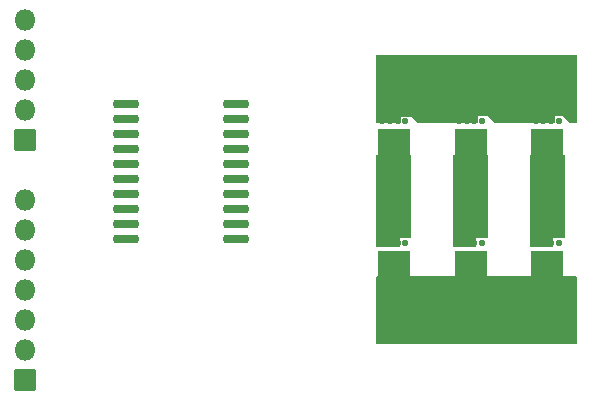
<source format=gbs>
G04 #@! TF.GenerationSoftware,KiCad,Pcbnew,6.0.1-79c1e3a40b~116~ubuntu21.04.1*
G04 #@! TF.CreationDate,2022-02-15T19:11:41-05:00*
G04 #@! TF.ProjectId,ESC_driver,4553435f-6472-4697-9665-722e6b696361,rev?*
G04 #@! TF.SameCoordinates,Original*
G04 #@! TF.FileFunction,Soldermask,Bot*
G04 #@! TF.FilePolarity,Negative*
%FSLAX46Y46*%
G04 Gerber Fmt 4.6, Leading zero omitted, Abs format (unit mm)*
G04 Created by KiCad (PCBNEW 6.0.1-79c1e3a40b~116~ubuntu21.04.1) date 2022-02-15 19:11:41*
%MOMM*%
%LPD*%
G01*
G04 APERTURE LIST*
G04 Aperture macros list*
%AMRoundRect*
0 Rectangle with rounded corners*
0 $1 Rounding radius*
0 $2 $3 $4 $5 $6 $7 $8 $9 X,Y pos of 4 corners*
0 Add a 4 corners polygon primitive as box body*
4,1,4,$2,$3,$4,$5,$6,$7,$8,$9,$2,$3,0*
0 Add four circle primitives for the rounded corners*
1,1,$1+$1,$2,$3*
1,1,$1+$1,$4,$5*
1,1,$1+$1,$6,$7*
1,1,$1+$1,$8,$9*
0 Add four rect primitives between the rounded corners*
20,1,$1+$1,$2,$3,$4,$5,0*
20,1,$1+$1,$4,$5,$6,$7,0*
20,1,$1+$1,$6,$7,$8,$9,0*
20,1,$1+$1,$8,$9,$2,$3,0*%
G04 Aperture macros list end*
%ADD10RoundRect,0.050000X0.850000X0.850000X-0.850000X0.850000X-0.850000X-0.850000X0.850000X-0.850000X0*%
%ADD11O,1.800000X1.800000*%
%ADD12RoundRect,0.050000X-0.200000X-0.200000X0.200000X-0.200000X0.200000X0.200000X-0.200000X0.200000X0*%
%ADD13RoundRect,0.050000X-1.325000X1.100000X-1.325000X-1.100000X1.325000X-1.100000X1.325000X1.100000X0*%
%ADD14RoundRect,0.200000X0.875000X0.150000X-0.875000X0.150000X-0.875000X-0.150000X0.875000X-0.150000X0*%
G04 APERTURE END LIST*
D10*
X97175000Y-158999000D03*
D11*
X97175000Y-156459000D03*
X97175000Y-153919000D03*
X97175000Y-151379000D03*
X97175000Y-148839000D03*
X97175000Y-146299000D03*
X97175000Y-143759000D03*
D10*
X97175000Y-138679000D03*
D11*
X97175000Y-136139000D03*
X97175000Y-133599000D03*
X97175000Y-131059000D03*
X97175000Y-128519000D03*
D12*
X128720000Y-147412000D03*
X127420000Y-147412000D03*
X128070000Y-147412000D03*
X129370000Y-147412000D03*
D13*
X128395000Y-149312000D03*
D12*
X129370000Y-150562000D03*
X128720000Y-150562000D03*
X128070000Y-150562000D03*
X127420000Y-150562000D03*
X135220000Y-147412000D03*
X134570000Y-147412000D03*
X133920000Y-147412000D03*
X135870000Y-147412000D03*
D13*
X134895000Y-149312000D03*
D12*
X135220000Y-150562000D03*
X134570000Y-150562000D03*
X133920000Y-150562000D03*
X135870000Y-150562000D03*
X141720000Y-147412000D03*
X141070000Y-147412000D03*
X140420000Y-147412000D03*
X142370000Y-147412000D03*
X142370000Y-150562000D03*
X141070000Y-150562000D03*
D13*
X141395000Y-149312000D03*
D12*
X141720000Y-150562000D03*
X140420000Y-150562000D03*
X128720000Y-137087000D03*
X127420000Y-137087000D03*
X128070000Y-137087000D03*
X129370000Y-137087000D03*
D13*
X128395000Y-138987000D03*
D12*
X127420000Y-140237000D03*
X128720000Y-140237000D03*
X129370000Y-140237000D03*
X128070000Y-140237000D03*
X135220000Y-137072000D03*
X134570000Y-137072000D03*
X133920000Y-137072000D03*
X135870000Y-137072000D03*
X135870000Y-140222000D03*
X135220000Y-140222000D03*
X133920000Y-140222000D03*
X134570000Y-140222000D03*
D13*
X134895000Y-138972000D03*
D12*
X140420000Y-137072000D03*
X141720000Y-137072000D03*
X141070000Y-137072000D03*
X142370000Y-137072000D03*
D13*
X141395000Y-138972000D03*
D12*
X140420000Y-140222000D03*
X141720000Y-140222000D03*
X141070000Y-140222000D03*
X142370000Y-140222000D03*
D14*
X115033000Y-135636000D03*
X115033000Y-136906000D03*
X115033000Y-138176000D03*
X115033000Y-139446000D03*
X115033000Y-140716000D03*
X115033000Y-141986000D03*
X115033000Y-143256000D03*
X115033000Y-144526000D03*
X115033000Y-145796000D03*
X115033000Y-147066000D03*
X105733000Y-147066000D03*
X105733000Y-145796000D03*
X105733000Y-144526000D03*
X105733000Y-143256000D03*
X105733000Y-141986000D03*
X105733000Y-140716000D03*
X105733000Y-139446000D03*
X105733000Y-138176000D03*
X105733000Y-136906000D03*
X105733000Y-135636000D03*
G36*
X143880648Y-131501352D02*
G01*
X143895000Y-131536000D01*
X143895000Y-137188000D01*
X143880648Y-137222648D01*
X143846000Y-137237000D01*
X143365296Y-137237000D01*
X143330648Y-137222648D01*
X142751893Y-136643893D01*
X142735253Y-136637000D01*
X142054747Y-136637000D01*
X142047855Y-136639855D01*
X142045000Y-136646747D01*
X142045000Y-137188000D01*
X142030648Y-137222648D01*
X141996000Y-137237000D01*
X136965296Y-137237000D01*
X136930648Y-137222648D01*
X136351893Y-136643893D01*
X136335253Y-136637000D01*
X135554747Y-136637000D01*
X135547855Y-136639855D01*
X135545000Y-136646747D01*
X135545000Y-137188000D01*
X135530648Y-137222648D01*
X135496000Y-137237000D01*
X130465296Y-137237000D01*
X130430648Y-137222648D01*
X129951893Y-136743893D01*
X129935253Y-136737000D01*
X129054747Y-136737000D01*
X129047855Y-136739855D01*
X129045000Y-136746747D01*
X129045000Y-137188000D01*
X129030648Y-137222648D01*
X128996000Y-137237000D01*
X126944000Y-137237000D01*
X126909352Y-137222648D01*
X126895000Y-137188000D01*
X126895000Y-131536000D01*
X126909352Y-131501352D01*
X126944000Y-131487000D01*
X143846000Y-131487000D01*
X143880648Y-131501352D01*
G37*
G36*
X143880648Y-150251352D02*
G01*
X143895000Y-150286000D01*
X143895000Y-155938000D01*
X143880648Y-155972648D01*
X143846000Y-155987000D01*
X126944000Y-155987000D01*
X126909352Y-155972648D01*
X126895000Y-155938000D01*
X126895000Y-150286000D01*
X126909352Y-150251352D01*
X126944000Y-150237000D01*
X143846000Y-150237000D01*
X143880648Y-150251352D01*
G37*
G36*
X142880648Y-140001352D02*
G01*
X142895000Y-140036000D01*
X142895000Y-146938000D01*
X142880648Y-146972648D01*
X142846000Y-146987000D01*
X141904747Y-146987000D01*
X141897855Y-146989855D01*
X141895000Y-146996747D01*
X141895000Y-147688000D01*
X141880648Y-147722648D01*
X141846000Y-147737000D01*
X139944000Y-147737000D01*
X139909352Y-147722648D01*
X139895000Y-147688000D01*
X139895000Y-140036000D01*
X139909352Y-140001352D01*
X139944000Y-139987000D01*
X142846000Y-139987000D01*
X142880648Y-140001352D01*
G37*
G36*
X136380648Y-140001352D02*
G01*
X136395000Y-140036000D01*
X136395000Y-146938000D01*
X136380648Y-146972648D01*
X136346000Y-146987000D01*
X135404747Y-146987000D01*
X135397855Y-146989855D01*
X135395000Y-146996747D01*
X135395000Y-147688000D01*
X135380648Y-147722648D01*
X135346000Y-147737000D01*
X133444000Y-147737000D01*
X133409352Y-147722648D01*
X133395000Y-147688000D01*
X133395000Y-140036000D01*
X133409352Y-140001352D01*
X133444000Y-139987000D01*
X136346000Y-139987000D01*
X136380648Y-140001352D01*
G37*
G36*
X129880648Y-140001352D02*
G01*
X129895000Y-140036000D01*
X129895000Y-146938000D01*
X129880648Y-146972648D01*
X129846000Y-146987000D01*
X128904747Y-146987000D01*
X128897855Y-146989855D01*
X128895000Y-146996747D01*
X128895000Y-147688000D01*
X128880648Y-147722648D01*
X128846000Y-147737000D01*
X126944000Y-147737000D01*
X126909352Y-147722648D01*
X126895000Y-147688000D01*
X126895000Y-140036000D01*
X126909352Y-140001352D01*
X126944000Y-139987000D01*
X129846000Y-139987000D01*
X129880648Y-140001352D01*
G37*
M02*

</source>
